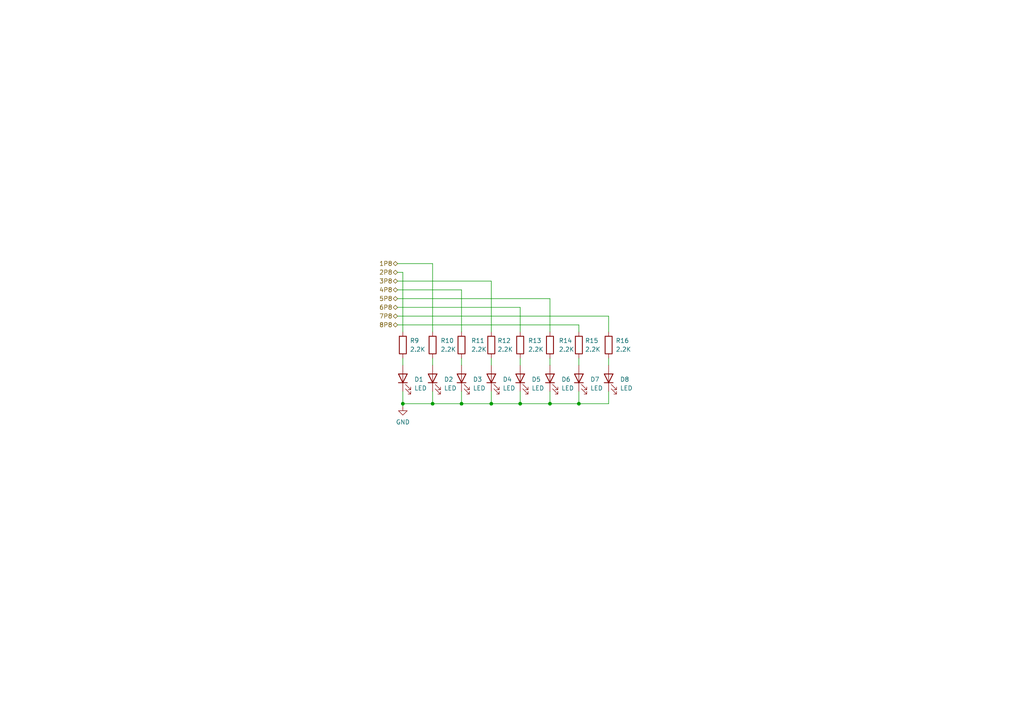
<source format=kicad_sch>
(kicad_sch (version 20211123) (generator eeschema)
  (paper "A4")
  (lib_symbols
    (symbol "Device:LED" (pin_numbers hide) (pin_names (offset 1.016) hide)
      (property "Reference" "D" (at 0 2.54 0))
      (property "Value" "LED" (at 0 -2.54 0))
      (symbol "LED_0_1"
        (polyline (pts (xy -1.27 -1.27) (xy -1.27 1.27)) (stroke (width 0.254)))
        (polyline (pts (xy -1.27 0) (xy 1.27 0)))
        (polyline (pts (xy 1.27 -1.27) (xy 1.27 1.27) (xy -1.27 0) (xy 1.27 -1.27)) (stroke (width 0.254)))
        (polyline (pts (xy -3.048 -0.762) (xy -4.572 -2.286) (xy -3.81 -2.286) (xy -4.572 -2.286) (xy -4.572 -1.524)))
        (polyline (pts (xy -1.778 -0.762) (xy -3.302 -2.286) (xy -2.54 -2.286) (xy -3.302 -2.286) (xy -3.302 -1.524)))
      )
      (symbol "LED_1_1"
        (pin passive line (at -3.81 0 0) (length 2.54) (name "K") (number "1"))
        (pin passive line (at 3.81 0 180) (length 2.54) (name "A") (number "2"))
      )
    )
    (symbol "Device:R" (pin_numbers hide) (pin_names (offset 0))
      (property "Reference" "R" (at 2.032 0 90))
      (property "Value" "R" (at 0 0 90))
      (symbol "R_0_1"
        (rectangle (start -1.016 -2.54) (end 1.016 2.54) (stroke (width 0.254)))
      )
      (symbol "R_1_1"
        (pin passive line (at 0 3.81 270) (length 1.27) (name "~") (number "1"))
        (pin passive line (at 0 -3.81 90) (length 1.27) (name "~") (number "2"))
      )
    )
    (symbol "power:GND" (power) (pin_names (offset 0))
      (property "Value" "GND" (at 0 -3.81 0))
      (symbol "GND_0_1"
        (polyline (pts (xy 0 0) (xy 0 -1.27) (xy 1.27 -1.27) (xy 0 -2.54) (xy -1.27 -1.27) (xy 0 -1.27)))
      )
      (symbol "GND_1_1"
        (pin power_in line (at 0 0 270) (length 0) hide (name "GND") (number "1"))
      )
    )
  )
  (junction (at 167.894 117.094))
  (junction (at 150.876 117.094))
  (junction (at 116.84 117.094))
  (junction (at 142.494 117.094))
  (junction (at 159.512 117.094))
  (junction (at 133.858 117.094))
  (junction (at 125.476 117.094))
  (wire (pts (xy 142.494 113.538) (xy 142.494 117.094)))
  (wire (pts (xy 116.84 103.886) (xy 116.84 105.918)))
  (wire (pts (xy 115.316 76.454) (xy 125.476 76.454)))
  (wire (pts (xy 176.53 117.094) (xy 167.894 117.094)))
  (wire (pts (xy 159.512 117.094) (xy 150.876 117.094)))
  (wire (pts (xy 116.84 113.538) (xy 116.84 117.094)))
  (wire (pts (xy 142.494 81.534) (xy 142.494 96.266)))
  (wire (pts (xy 133.858 84.074) (xy 133.858 96.266)))
  (wire (pts (xy 176.53 91.694) (xy 176.53 96.266)))
  (wire (pts (xy 115.316 78.994) (xy 116.84 78.994)))
  (wire (pts (xy 115.316 86.614) (xy 159.512 86.614)))
  (wire (pts (xy 116.84 78.994) (xy 116.84 96.266)))
  (wire (pts (xy 150.876 113.538) (xy 150.876 117.094)))
  (wire (pts (xy 159.512 86.614) (xy 159.512 96.266)))
  (wire (pts (xy 115.316 89.154) (xy 150.876 89.154)))
  (wire (pts (xy 115.316 84.074) (xy 133.858 84.074)))
  (wire (pts (xy 133.858 117.094) (xy 125.476 117.094)))
  (wire (pts (xy 176.53 103.886) (xy 176.53 105.918)))
  (wire (pts (xy 150.876 117.094) (xy 142.494 117.094)))
  (wire (pts (xy 150.876 103.886) (xy 150.876 105.918)))
  (wire (pts (xy 115.316 94.234) (xy 167.894 94.234)))
  (wire (pts (xy 133.858 113.538) (xy 133.858 117.094)))
  (wire (pts (xy 116.84 117.094) (xy 116.84 117.856)))
  (wire (pts (xy 167.894 94.234) (xy 167.894 96.266)))
  (wire (pts (xy 167.894 103.886) (xy 167.894 105.918)))
  (wire (pts (xy 159.512 103.886) (xy 159.512 105.918)))
  (wire (pts (xy 125.476 103.886) (xy 125.476 105.918)))
  (wire (pts (xy 176.53 113.538) (xy 176.53 117.094)))
  (wire (pts (xy 167.894 113.538) (xy 167.894 117.094)))
  (wire (pts (xy 142.494 117.094) (xy 133.858 117.094)))
  (wire (pts (xy 150.876 89.154) (xy 150.876 96.266)))
  (wire (pts (xy 159.512 113.538) (xy 159.512 117.094)))
  (wire (pts (xy 125.476 113.538) (xy 125.476 117.094)))
  (wire (pts (xy 125.476 117.094) (xy 116.84 117.094)))
  (wire (pts (xy 115.316 81.534) (xy 142.494 81.534)))
  (wire (pts (xy 133.858 103.886) (xy 133.858 105.918)))
  (wire (pts (xy 115.316 91.694) (xy 176.53 91.694)))
  (wire (pts (xy 125.476 76.454) (xy 125.476 96.266)))
  (wire (pts (xy 167.894 117.094) (xy 159.512 117.094)))
  (wire (pts (xy 142.494 103.886) (xy 142.494 105.918)))
  (hierarchical_label "2P8" (shape bidirectional) (at 115.316 78.994 180))
  (hierarchical_label "5P8" (shape bidirectional) (at 115.316 86.614 180))
  (hierarchical_label "6P8" (shape bidirectional) (at 115.316 89.154 180))
  (hierarchical_label "8P8" (shape bidirectional) (at 115.316 94.234 180))
  (hierarchical_label "4P8" (shape bidirectional) (at 115.316 84.074 180))
  (hierarchical_label "7P8" (shape bidirectional) (at 115.316 91.694 180))
  (hierarchical_label "1P8" (shape bidirectional) (at 115.316 76.454 180))
  (hierarchical_label "3P8" (shape bidirectional) (at 115.316 81.534 180))
  (symbol (lib_id "Device:R") (at 159.512 100.076 0) (unit 1)
    (property "Reference" "R14" (at 162.052 98.8059 0) (effects (justify left)))
    (property "Value" "2.2K" (at 162.052 101.3459 0) (effects (justify left)))
    (property "Footprint" "Resistor_SMD:R_0805_2012Metric" (effects hide))
  )
  (symbol (lib_id "Device:LED") (at 125.476 109.728 90) (unit 1)
    (property "Reference" "D2" (at 128.778 110.0454 90) (effects (justify right)))
    (property "Value" "LED" (at 128.778 112.5854 90) (effects (justify right)))
    (property "Footprint" "LED_SMD:LED_0805_2012Metric" (effects hide))
  )
  (symbol (lib_id "Device:R") (at 116.84 100.076 0) (unit 1)
    (property "Reference" "R9" (at 118.872 98.8059 0) (effects (justify left)))
    (property "Value" "2.2K" (at 118.872 101.3459 0) (effects (justify left)))
    (property "Footprint" "Resistor_SMD:R_0805_2012Metric" (effects hide))
  )
  (symbol (lib_id "Device:LED") (at 176.53 109.728 90) (unit 1)
    (property "Reference" "D8" (at 179.832 110.0454 90) (effects (justify right)))
    (property "Value" "LED" (at 179.832 112.5854 90) (effects (justify right)))
    (property "Footprint" "LED_SMD:LED_0805_2012Metric" (effects hide))
  )
  (symbol (lib_id "Device:R") (at 176.53 100.076 0) (unit 1)
    (property "Reference" "R16" (at 178.562 98.8059 0) (effects (justify left)))
    (property "Value" "2.2K" (at 178.562 101.3459 0) (effects (justify left)))
    (property "Footprint" "Resistor_SMD:R_0805_2012Metric" (effects hide))
  )
  (symbol (lib_id "power:GND") (at 116.84 117.856 0) (unit 1)
    (property "Reference" "#PWR0111" (effects hide))
    (property "Value" "GND" (at 116.84 122.428 0))
  )
  (symbol (lib_id "Device:LED") (at 116.84 109.728 90) (unit 1)
    (property "Reference" "D1" (at 120.142 110.0454 90) (effects (justify right)))
    (property "Value" "LED" (at 120.142 112.5854 90) (effects (justify right)))
    (property "Footprint" "LED_SMD:LED_0805_2012Metric" (effects hide))
  )
  (symbol (lib_id "Device:LED") (at 142.494 109.728 90) (unit 1)
    (property "Reference" "D4" (at 145.796 110.0454 90) (effects (justify right)))
    (property "Value" "LED" (at 145.796 112.5854 90) (effects (justify right)))
    (property "Footprint" "LED_SMD:LED_0805_2012Metric" (effects hide))
  )
  (symbol (lib_id "Device:R") (at 150.876 100.076 0) (unit 1)
    (property "Reference" "R13" (at 153.162 98.8059 0) (effects (justify left)))
    (property "Value" "2.2K" (at 153.162 101.3459 0) (effects (justify left)))
    (property "Footprint" "Resistor_SMD:R_0805_2012Metric" (effects hide))
  )
  (symbol (lib_id "Device:R") (at 142.494 100.076 0) (unit 1)
    (property "Reference" "R12" (at 144.272 98.8059 0) (effects (justify left)))
    (property "Value" "2.2K" (at 144.272 101.3459 0) (effects (justify left)))
    (property "Footprint" "Resistor_SMD:R_0805_2012Metric" (effects hide))
  )
  (symbol (lib_id "Device:R") (at 167.894 100.076 0) (unit 1)
    (property "Reference" "R15" (at 169.672 98.8059 0) (effects (justify left)))
    (property "Value" "2.2K" (at 169.672 101.3459 0) (effects (justify left)))
    (property "Footprint" "Resistor_SMD:R_0805_2012Metric" (effects hide))
  )
  (symbol (lib_id "Device:LED") (at 167.894 109.728 90) (unit 1)
    (property "Reference" "D7" (at 171.196 110.0454 90) (effects (justify right)))
    (property "Value" "LED" (at 171.196 112.5854 90) (effects (justify right)))
    (property "Footprint" "LED_SMD:LED_0805_2012Metric" (effects hide))
  )
  (symbol (lib_id "Device:R") (at 125.476 100.076 0) (unit 1)
    (property "Reference" "R10" (at 127.762 98.8059 0) (effects (justify left)))
    (property "Value" "2.2K" (at 127.762 101.3459 0) (effects (justify left)))
    (property "Footprint" "Resistor_SMD:R_0805_2012Metric" (effects hide))
  )
  (symbol (lib_id "Device:LED") (at 133.858 109.728 90) (unit 1)
    (property "Reference" "D3" (at 137.16 110.0454 90) (effects (justify right)))
    (property "Value" "LED" (at 137.16 112.5854 90) (effects (justify right)))
    (property "Footprint" "LED_SMD:LED_0805_2012Metric" (effects hide))
  )
  (symbol (lib_id "Device:R") (at 133.858 100.076 0) (unit 1)
    (property "Reference" "R11" (at 136.652 98.8059 0) (effects (justify left)))
    (property "Value" "2.2K" (at 136.652 101.3459 0) (effects (justify left)))
    (property "Footprint" "Resistor_SMD:R_0805_2012Metric" (effects hide))
  )
  (symbol (lib_id "Device:LED") (at 159.512 109.728 90) (unit 1)
    (property "Reference" "D6" (at 162.814 110.0454 90) (effects (justify right)))
    (property "Value" "LED" (at 162.814 112.5854 90) (effects (justify right)))
    (property "Footprint" "LED_SMD:LED_0805_2012Metric" (effects hide))
  )
  (symbol (lib_id "Device:LED") (at 150.876 109.728 90) (unit 1)
    (property "Reference" "D5" (at 154.178 110.0454 90) (effects (justify right)))
    (property "Value" "LED" (at 154.178 112.5854 90) (effects (justify right)))
    (property "Footprint" "LED_SMD:LED_0805_2012Metric" (effects hide))
  )
)
</source>
